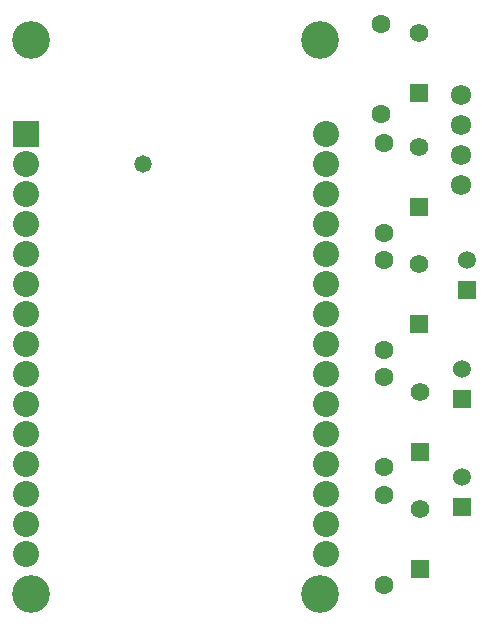
<source format=gbr>
G04*
G04 #@! TF.GenerationSoftware,Altium Limited,Altium Designer,22.4.2 (48)*
G04*
G04 Layer_Color=16711935*
%FSLAX25Y25*%
%MOIN*%
G70*
G04*
G04 #@! TF.SameCoordinates,AC32F47B-EC56-4475-8078-1485B9E55ABE*
G04*
G04*
G04 #@! TF.FilePolarity,Negative*
G04*
G01*
G75*
%ADD13C,0.12611*%
%ADD14C,0.08674*%
%ADD15R,0.08674X0.08674*%
%ADD16C,0.05989*%
%ADD17R,0.05989X0.05989*%
%ADD18C,0.06194*%
%ADD19R,0.06194X0.06194*%
%ADD20C,0.06312*%
%ADD21C,0.06784*%
%ADD22C,0.05800*%
D13*
X401154Y308421D02*
D03*
X497650D02*
D03*
Y123579D02*
D03*
X401154D02*
D03*
D14*
X499500Y137083D02*
D03*
Y147083D02*
D03*
Y157083D02*
D03*
Y167083D02*
D03*
Y177083D02*
D03*
Y187083D02*
D03*
Y197083D02*
D03*
Y207083D02*
D03*
Y217083D02*
D03*
Y227083D02*
D03*
Y237083D02*
D03*
Y247083D02*
D03*
Y257083D02*
D03*
Y267083D02*
D03*
Y277083D02*
D03*
X399500Y137083D02*
D03*
Y147083D02*
D03*
Y157083D02*
D03*
Y167083D02*
D03*
Y177083D02*
D03*
Y187083D02*
D03*
Y197083D02*
D03*
Y207083D02*
D03*
Y217083D02*
D03*
Y227083D02*
D03*
Y237083D02*
D03*
Y247083D02*
D03*
Y257083D02*
D03*
Y267083D02*
D03*
D15*
Y277083D02*
D03*
D16*
X545000Y162500D02*
D03*
Y198500D02*
D03*
X546500Y235000D02*
D03*
D17*
X545000Y152500D02*
D03*
Y188500D02*
D03*
X546500Y225000D02*
D03*
D18*
X531000Y152000D02*
D03*
Y191000D02*
D03*
X530500Y233500D02*
D03*
Y272500D02*
D03*
Y310500D02*
D03*
D19*
X531000Y132000D02*
D03*
Y171000D02*
D03*
X530500Y213500D02*
D03*
Y252500D02*
D03*
Y290500D02*
D03*
D20*
X519000Y156500D02*
D03*
Y126500D02*
D03*
Y196000D02*
D03*
Y166000D02*
D03*
Y235000D02*
D03*
Y205000D02*
D03*
Y274000D02*
D03*
Y244000D02*
D03*
X518000Y313500D02*
D03*
Y283500D02*
D03*
D21*
X544500Y260000D02*
D03*
Y270000D02*
D03*
Y280000D02*
D03*
Y290000D02*
D03*
D22*
X438583Y267083D02*
D03*
M02*

</source>
